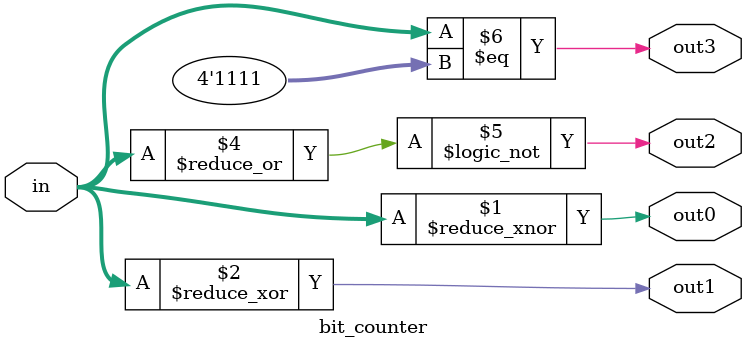
<source format=v>
module bit_counter (
  input [3:0] in,
  output wire out0,
  output wire out1,
  output wire out2,
  output wire out3
);
  
  // Output 0: active when there are even number of bit 1 in the input.
  assign out0 = ~^in[3:0];

  // Output 1: active when there are only 1 bit 1 in the input.
  assign out1 = (^in[3:0] == 1'b1);

  // Output 2: active when there is no bit 1 in the input.
  assign out2 = ~|in[3:0];

  // Output 3: active when all bit in the input are 1.
  assign out3 = (in[3:0] == 4'b1111);

endmodule


</source>
